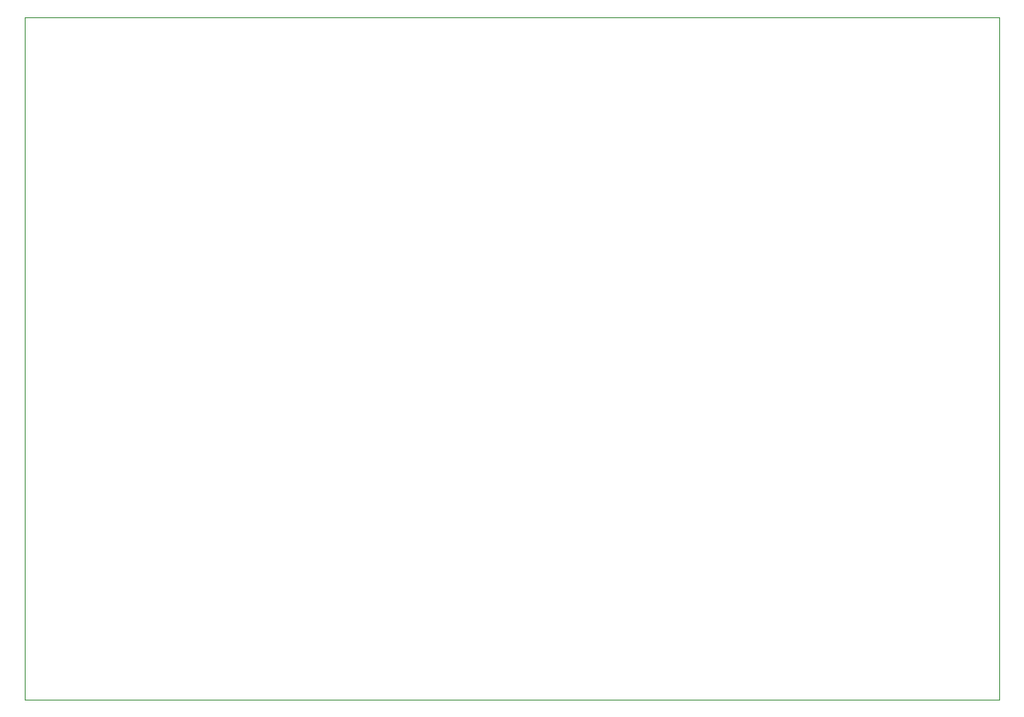
<source format=gbr>
G04 #@! TF.GenerationSoftware,KiCad,Pcbnew,7.0.1*
G04 #@! TF.CreationDate,2023-04-26T12:08:36+02:00*
G04 #@! TF.ProjectId,nucleo144 and 4.3 SSD1963 lcd parallel 16bit,6e75636c-656f-4313-9434-20616e642034,rev?*
G04 #@! TF.SameCoordinates,PX68e7780PY7bfa480*
G04 #@! TF.FileFunction,Profile,NP*
%FSLAX46Y46*%
G04 Gerber Fmt 4.6, Leading zero omitted, Abs format (unit mm)*
G04 Created by KiCad (PCBNEW 7.0.1) date 2023-04-26 12:08:36*
%MOMM*%
%LPD*%
G01*
G04 APERTURE LIST*
G04 #@! TA.AperFunction,Profile*
%ADD10C,0.100000*%
G04 #@! TD*
G04 APERTURE END LIST*
D10*
X0Y70000000D02*
X100000000Y70000000D01*
X100000000Y0D01*
X0Y0D01*
X0Y70000000D01*
M02*

</source>
